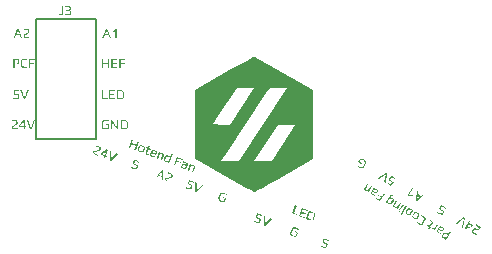
<source format=gto>
G04 Layer: TopSilkscreenLayer*
G04 EasyEDA v6.5.3, 2022-04-30 06:46:22*
G04 ee3e3f8623474824adc305f6a8106e34,debd25b7e7f645e7808fdd9718494454,10*
G04 Gerber Generator version 0.2*
G04 Scale: 100 percent, Rotated: No, Reflected: No *
G04 Dimensions in millimeters *
G04 leading zeros omitted , absolute positions ,4 integer and 5 decimal *
%FSLAX45Y45*%
%MOMM*%

%ADD16C,0.2032*%

%LPD*%
G36*
X17635270Y6111849D02*
G01*
X17631054Y6110224D01*
X17622570Y6106109D01*
X17594122Y6091123D01*
X17552365Y6068263D01*
X17499787Y6038900D01*
X17438928Y6004458D01*
X17132096Y5828182D01*
X17132096Y5542534D01*
X17283074Y5542534D01*
X17283480Y5543753D01*
X17327727Y5611317D01*
X17484090Y5848451D01*
X17632730Y5848451D01*
X17427956Y5537606D01*
X17339665Y5537657D01*
X17316754Y5537860D01*
X17294707Y5538774D01*
X17290186Y5539282D01*
X17286884Y5539892D01*
X17284649Y5540654D01*
X17283430Y5541518D01*
X17283074Y5542534D01*
X17132096Y5542534D01*
X17132096Y5247081D01*
X17167705Y5226608D01*
X17352010Y5226608D01*
X17390821Y5284673D01*
X17733924Y5805678D01*
X17762677Y5848451D01*
X17910657Y5848451D01*
X17502835Y5229098D01*
X17364574Y5226812D01*
X17630648Y5226812D01*
X17835422Y5537606D01*
X17936057Y5537504D01*
X17955514Y5537149D01*
X17968671Y5536488D01*
X17973192Y5535980D01*
X17976494Y5535371D01*
X17978729Y5534609D01*
X17979948Y5533745D01*
X17980304Y5532729D01*
X17979491Y5530900D01*
X17935651Y5463946D01*
X17779288Y5226812D01*
X17364574Y5226812D01*
X17352010Y5226608D01*
X17167705Y5226608D01*
X17441214Y5069484D01*
X17506086Y5032603D01*
X17560696Y5001869D01*
X17601844Y4979111D01*
X17626279Y4966055D01*
X17631257Y4963769D01*
X17632121Y4963769D01*
X17637099Y4966055D01*
X17661585Y4979111D01*
X17702682Y5001869D01*
X17757292Y5032603D01*
X17822214Y5069484D01*
X18131282Y5247081D01*
X18131282Y5828182D01*
X17759934Y6041491D01*
X17665090Y6095492D01*
X17636032Y6111697D01*
G37*
G36*
X17658842Y4784344D02*
G01*
X17645380Y4749546D01*
X17668951Y4740300D01*
X17672050Y4738471D01*
X17674183Y4736439D01*
X17674894Y4734814D01*
X17675047Y4732934D01*
X17674590Y4730750D01*
X17669256Y4717034D01*
X17668240Y4715103D01*
X17667020Y4713579D01*
X17665598Y4712563D01*
X17663922Y4711954D01*
X17661839Y4711801D01*
X17659400Y4712004D01*
X17656657Y4712665D01*
X17653508Y4713732D01*
X17644364Y4718050D01*
X17633696Y4724400D01*
X17630902Y4716526D01*
X17641265Y4710938D01*
X17645989Y4708702D01*
X17655387Y4705197D01*
X17658892Y4704130D01*
X17662194Y4703470D01*
X17665649Y4703267D01*
X17668697Y4703521D01*
X17671389Y4704283D01*
X17674082Y4705807D01*
X17676469Y4708093D01*
X17678349Y4711141D01*
X17685258Y4728718D01*
X17685816Y4730851D01*
X17686020Y4732832D01*
X17685816Y4734763D01*
X17685258Y4736592D01*
X17683226Y4739843D01*
X17680686Y4742434D01*
X17677384Y4744516D01*
X17673574Y4746244D01*
X17657572Y4752340D01*
X17665446Y4773422D01*
X17695926Y4761738D01*
X17698720Y4769104D01*
G37*
G36*
X17711420Y4764278D02*
G01*
X17711674Y4684522D01*
X17723612Y4679950D01*
X17777714Y4738624D01*
X17767554Y4742688D01*
X17722342Y4691634D01*
X17721580Y4692142D01*
X17722088Y4759960D01*
G37*
G36*
X17967706Y4667504D02*
G01*
X17964658Y4667300D01*
X17961813Y4666742D01*
X17959171Y4665776D01*
X17956784Y4664456D01*
X17954548Y4662728D01*
X17952618Y4660646D01*
X17950992Y4658156D01*
X17949672Y4655312D01*
X17936514Y4620361D01*
X17936057Y4618177D01*
X17936210Y4613656D01*
X17937327Y4609795D01*
X17939258Y4606290D01*
X17942204Y4603191D01*
X17945862Y4599940D01*
X17949621Y4597400D01*
X17953228Y4595368D01*
X17961864Y4591558D01*
X17974360Y4587748D01*
X17988534Y4584954D01*
X18002758Y4622292D01*
X17977104Y4632198D01*
X17974310Y4624832D01*
X17990566Y4618736D01*
X17981168Y4594606D01*
X17976850Y4595215D01*
X17968823Y4597146D01*
X17963083Y4599228D01*
X17959425Y4601006D01*
X17956174Y4602886D01*
X17952974Y4605070D01*
X17950027Y4607610D01*
X17947894Y4610506D01*
X17947132Y4612132D01*
X17946674Y4615484D01*
X17946878Y4617212D01*
X17947386Y4618990D01*
X17960086Y4651502D01*
X17969179Y4658918D01*
X17986756Y4655820D01*
X17991988Y4653534D01*
X18004840Y4646930D01*
X18009362Y4644136D01*
X18012410Y4652010D01*
X18001691Y4657648D01*
X17986552Y4663998D01*
X17981218Y4665624D01*
X17976037Y4666691D01*
X17970601Y4667351D01*
G37*
G36*
X18226938Y4570526D02*
G01*
X18224195Y4570222D01*
X18221756Y4569510D01*
X18219674Y4568444D01*
X18217845Y4566970D01*
X18216270Y4565142D01*
X18214797Y4562906D01*
X18213578Y4560316D01*
X18210276Y4550613D01*
X18209768Y4546854D01*
X18210022Y4543501D01*
X18211038Y4540504D01*
X18212765Y4537710D01*
X18215508Y4535170D01*
X18219115Y4532884D01*
X18223738Y4530852D01*
X18234761Y4526534D01*
X18237149Y4525213D01*
X18238978Y4523841D01*
X18240248Y4522470D01*
X18240908Y4520996D01*
X18241111Y4519320D01*
X18240908Y4517440D01*
X18236946Y4506214D01*
X18235777Y4504080D01*
X18234355Y4502505D01*
X18232628Y4501540D01*
X18230596Y4501134D01*
X18228208Y4501083D01*
X18225363Y4501540D01*
X18222112Y4502353D01*
X18218404Y4503674D01*
X18213578Y4505807D01*
X18208548Y4508347D01*
X18197830Y4514850D01*
X18194528Y4506214D01*
X18205297Y4500422D01*
X18214848Y4496308D01*
X18219267Y4494733D01*
X18223280Y4493564D01*
X18226989Y4492853D01*
X18230342Y4492498D01*
X18233390Y4492498D01*
X18236234Y4492955D01*
X18238876Y4493869D01*
X18241264Y4495292D01*
X18243346Y4497222D01*
X18245175Y4499610D01*
X18246902Y4502556D01*
X18248376Y4505960D01*
X18251119Y4513834D01*
X18251830Y4516424D01*
X18252186Y4520946D01*
X18251881Y4522927D01*
X18251170Y4524806D01*
X18250103Y4526635D01*
X18248630Y4528312D01*
X18246648Y4529836D01*
X18244210Y4531309D01*
X18237962Y4534154D01*
X18226684Y4538726D01*
X18224296Y4539996D01*
X18222468Y4541266D01*
X18221198Y4542536D01*
X18220486Y4543907D01*
X18220182Y4545380D01*
X18220232Y4547057D01*
X18220690Y4548886D01*
X18223738Y4556760D01*
X18224754Y4558792D01*
X18226074Y4560366D01*
X18227700Y4561484D01*
X18229580Y4562094D01*
X18231967Y4562195D01*
X18235117Y4561738D01*
X18238978Y4560671D01*
X18243550Y4559046D01*
X18251170Y4555540D01*
X18261330Y4550156D01*
X18264378Y4558030D01*
X18254827Y4562652D01*
X18247106Y4565904D01*
X18242127Y4567732D01*
X18237657Y4569104D01*
X18233644Y4570018D01*
X18230088Y4570476D01*
G37*
G36*
X16621150Y5236260D02*
G01*
X16618356Y5235905D01*
X16615968Y5235244D01*
X16613886Y5234127D01*
X16612057Y5232704D01*
X16610431Y5230825D01*
X16609009Y5228640D01*
X16607790Y5225999D01*
X16604488Y5216296D01*
X16603980Y5212537D01*
X16604234Y5209184D01*
X16605250Y5206187D01*
X16606977Y5203393D01*
X16609669Y5200853D01*
X16613327Y5198567D01*
X16617950Y5196535D01*
X16628973Y5192217D01*
X16631361Y5190896D01*
X16633139Y5189575D01*
X16634460Y5188153D01*
X16635120Y5186680D01*
X16635323Y5185003D01*
X16635120Y5183124D01*
X16631157Y5171897D01*
X16629989Y5169814D01*
X16628567Y5168239D01*
X16626789Y5167274D01*
X16624807Y5166817D01*
X16622420Y5166817D01*
X16619575Y5167223D01*
X16616324Y5168087D01*
X16612616Y5169357D01*
X16607790Y5171490D01*
X16602760Y5174081D01*
X16597528Y5177078D01*
X16592042Y5180533D01*
X16588740Y5171897D01*
X16599509Y5166156D01*
X16609060Y5161991D01*
X16617492Y5159298D01*
X16621201Y5158536D01*
X16624554Y5158181D01*
X16627601Y5158181D01*
X16630446Y5158638D01*
X16633088Y5159603D01*
X16635476Y5160975D01*
X16637507Y5162905D01*
X16639387Y5165293D01*
X16641063Y5168239D01*
X16642588Y5171643D01*
X16645331Y5179568D01*
X16646347Y5184495D01*
X16646398Y5186629D01*
X16646093Y5188661D01*
X16645382Y5190540D01*
X16644315Y5192318D01*
X16642842Y5193995D01*
X16640810Y5195519D01*
X16635476Y5198465D01*
X16623792Y5203139D01*
X16618508Y5205679D01*
X16616680Y5206949D01*
X16615410Y5208219D01*
X16614698Y5209590D01*
X16614394Y5211114D01*
X16614444Y5212791D01*
X16614901Y5214569D01*
X16617950Y5222443D01*
X16618966Y5224526D01*
X16620286Y5226100D01*
X16621912Y5227167D01*
X16623792Y5227777D01*
X16626179Y5227878D01*
X16629329Y5227421D01*
X16633139Y5226354D01*
X16637762Y5224729D01*
X16645382Y5221274D01*
X16655542Y5215839D01*
X16658590Y5223713D01*
X16649039Y5228386D01*
X16641318Y5231587D01*
X16636339Y5233416D01*
X16631869Y5234787D01*
X16627805Y5235702D01*
X16624300Y5236159D01*
G37*
G36*
X16850817Y5152847D02*
G01*
X16815217Y5114239D01*
X16828211Y5114239D01*
X16852036Y5141163D01*
X16853052Y5140655D01*
X16852849Y5104841D01*
X16828211Y5114239D01*
X16815217Y5114239D01*
X16796715Y5094173D01*
X16807129Y5090109D01*
X16822877Y5108143D01*
X16852595Y5096713D01*
X16852290Y5072837D01*
X16863263Y5068519D01*
X16862704Y5148275D01*
G37*
G36*
X16901058Y5132527D02*
G01*
X16898315Y5124907D01*
X16910405Y5122265D01*
X16915282Y5120944D01*
X16919397Y5119573D01*
X16925645Y5116576D01*
X16927779Y5115153D01*
X16929252Y5113731D01*
X16930166Y5112207D01*
X16930522Y5110429D01*
X16930420Y5108397D01*
X16929811Y5106111D01*
X16926001Y5096713D01*
X16924477Y5093868D01*
X16922242Y5091785D01*
X16919244Y5090464D01*
X16915536Y5089855D01*
X16897248Y5088940D01*
X16891508Y5088178D01*
X16888358Y5087416D01*
X16885666Y5086502D01*
X16883430Y5085334D01*
X16881297Y5083708D01*
X16879316Y5081524D01*
X16877792Y5078882D01*
X16872356Y5064963D01*
X16918838Y5047183D01*
X16921886Y5054549D01*
X16885056Y5068773D01*
X16886885Y5073345D01*
X16888358Y5076037D01*
X16890695Y5078018D01*
X16893743Y5079339D01*
X16897502Y5079949D01*
X16919346Y5081371D01*
X16924274Y5082032D01*
X16927931Y5082946D01*
X16930827Y5084318D01*
X16933164Y5086400D01*
X16935094Y5089296D01*
X16940174Y5102555D01*
X16941292Y5106416D01*
X16941546Y5109972D01*
X16940936Y5113172D01*
X16939463Y5116017D01*
X16937075Y5118709D01*
X16933722Y5121249D01*
X16929455Y5123688D01*
X16918482Y5128056D01*
X16906900Y5131358D01*
G37*
G36*
X16292068Y5360365D02*
G01*
X16289274Y5352999D01*
X16301415Y5350205D01*
X16306292Y5348833D01*
X16310356Y5347411D01*
X16313810Y5345938D01*
X16316655Y5344414D01*
X16318788Y5342991D01*
X16320262Y5341569D01*
X16321176Y5340045D01*
X16321532Y5338267D01*
X16321430Y5336235D01*
X16320769Y5333949D01*
X16316960Y5324551D01*
X16315436Y5321757D01*
X16313200Y5319674D01*
X16310254Y5318302D01*
X16306546Y5317693D01*
X16288207Y5316829D01*
X16282517Y5316016D01*
X16276675Y5314391D01*
X16274440Y5313222D01*
X16272256Y5311546D01*
X16270274Y5309412D01*
X16268750Y5306720D01*
X16263366Y5292801D01*
X16309848Y5275021D01*
X16312896Y5282387D01*
X16276066Y5296611D01*
X16277844Y5301183D01*
X16279368Y5303875D01*
X16281654Y5305907D01*
X16284701Y5307177D01*
X16288512Y5307787D01*
X16310305Y5309362D01*
X16315283Y5309971D01*
X16318992Y5310886D01*
X16321938Y5312410D01*
X16324173Y5314442D01*
X16326053Y5317337D01*
X16331184Y5330393D01*
X16332301Y5334304D01*
X16332504Y5337810D01*
X16331895Y5341010D01*
X16330422Y5343855D01*
X16328136Y5346598D01*
X16324834Y5349138D01*
X16320516Y5351526D01*
X16309441Y5355894D01*
X16303701Y5357723D01*
X16297910Y5359196D01*
G37*
G36*
X16381222Y5327091D02*
G01*
X16332200Y5293563D01*
X16330498Y5289245D01*
X16340328Y5289245D01*
X16380968Y5317439D01*
X16366236Y5279339D01*
X16340328Y5289245D01*
X16330498Y5289245D01*
X16328898Y5285181D01*
X16363442Y5271973D01*
X16357600Y5256733D01*
X16366490Y5253431D01*
X16372332Y5268417D01*
X16379698Y5265623D01*
X16382746Y5272989D01*
X16375126Y5275783D01*
X16393160Y5322519D01*
G37*
G36*
X16407638Y5316931D02*
G01*
X16407892Y5237429D01*
X16420084Y5232857D01*
X16474186Y5291531D01*
X16463772Y5295341D01*
X16418813Y5244541D01*
X16417798Y5244795D01*
X16418560Y5312867D01*
G37*
G36*
X17080992Y5068824D02*
G01*
X17067530Y5034026D01*
X17091101Y5024780D01*
X17094200Y5022951D01*
X17096333Y5020970D01*
X17097044Y5019294D01*
X17097197Y5017414D01*
X17096740Y5015230D01*
X17091406Y5001514D01*
X17090390Y4999583D01*
X17089170Y4998110D01*
X17087748Y4997043D01*
X17086072Y4996434D01*
X17083989Y4996281D01*
X17081550Y4996484D01*
X17078807Y4997145D01*
X17075658Y4998212D01*
X17066514Y5002530D01*
X17055846Y5008880D01*
X17053052Y5001006D01*
X17063415Y4995418D01*
X17068139Y4993182D01*
X17077537Y4989677D01*
X17081042Y4988610D01*
X17084344Y4988001D01*
X17087799Y4987747D01*
X17090847Y4988001D01*
X17093539Y4988814D01*
X17096232Y4990338D01*
X17097502Y4991354D01*
X17099584Y4994046D01*
X17101312Y4997450D01*
X17107408Y5013198D01*
X17107966Y5015331D01*
X17108170Y5017312D01*
X17107966Y5019243D01*
X17107408Y5021072D01*
X17105376Y5024323D01*
X17102836Y5026914D01*
X17099534Y5028996D01*
X17095724Y5030724D01*
X17079722Y5036820D01*
X17087596Y5057902D01*
X17118076Y5046218D01*
X17120870Y5053584D01*
G37*
G36*
X17133570Y5048758D02*
G01*
X17133824Y4969002D01*
X17145762Y4964430D01*
X17199864Y5023104D01*
X17189704Y5027168D01*
X17144492Y4976114D01*
X17143730Y4976622D01*
X17144238Y5044440D01*
G37*
G36*
X19403771Y4750612D02*
G01*
X19341287Y4701082D01*
X19350685Y4695748D01*
X19403009Y4738928D01*
X19404025Y4738420D01*
X19392849Y4671364D01*
X19402755Y4665522D01*
X19414947Y4744262D01*
G37*
G36*
X19453301Y4722164D02*
G01*
X19445427Y4707940D01*
X19438315Y4712004D01*
X19434505Y4705146D01*
X19441363Y4701082D01*
X19417992Y4660950D01*
X19429171Y4660950D01*
X19449491Y4696510D01*
X19473621Y4682540D01*
X19429171Y4660950D01*
X19417992Y4660950D01*
X19416217Y4657902D01*
X19427393Y4651298D01*
X19480987Y4676952D01*
X19485559Y4684826D01*
X19453555Y4703368D01*
X19461683Y4717338D01*
G37*
G36*
X19505879Y4691684D02*
G01*
X19501815Y4684826D01*
X19535851Y4665268D01*
X19533565Y4660950D01*
X19531584Y4658410D01*
X19528993Y4656734D01*
X19525742Y4655870D01*
X19521881Y4655870D01*
X19500088Y4657953D01*
X19493179Y4658156D01*
X19489674Y4657394D01*
X19486829Y4656124D01*
X19484441Y4653889D01*
X19482257Y4650790D01*
X19476161Y4640376D01*
X19474484Y4636668D01*
X19473672Y4633214D01*
X19473824Y4629912D01*
X19474891Y4626914D01*
X19476770Y4623866D01*
X19479666Y4620818D01*
X19483527Y4617770D01*
X19488353Y4614722D01*
X19499173Y4609185D01*
X19504660Y4606848D01*
X19510197Y4604816D01*
X19514261Y4611674D01*
X19502628Y4616246D01*
X19498005Y4618329D01*
X19494195Y4620310D01*
X19488404Y4624171D01*
X19486524Y4625949D01*
X19485305Y4627676D01*
X19484695Y4629302D01*
X19484594Y4631080D01*
X19485051Y4633112D01*
X19486067Y4635296D01*
X19491147Y4643932D01*
X19493077Y4646422D01*
X19495617Y4648098D01*
X19498665Y4648962D01*
X19502323Y4649012D01*
X19520763Y4646980D01*
X19526605Y4646879D01*
X19529907Y4647133D01*
X19532549Y4647641D01*
X19534835Y4648454D01*
X19537222Y4649825D01*
X19539610Y4651756D01*
X19541642Y4653991D01*
X19549059Y4666792D01*
G37*
G36*
X19221907Y4852873D02*
G01*
X19219011Y4852822D01*
X19216319Y4852263D01*
X19213830Y4851196D01*
X19211493Y4849672D01*
X19209258Y4847590D01*
X19207124Y4844999D01*
X19202400Y4837277D01*
X19200012Y4832045D01*
X19199098Y4827625D01*
X19199047Y4825593D01*
X19199402Y4823663D01*
X19200164Y4821783D01*
X19201384Y4819954D01*
X19203009Y4818075D01*
X19207683Y4814265D01*
X19218656Y4807762D01*
X19223431Y4804562D01*
X19224955Y4802987D01*
X19226022Y4801412D01*
X19226580Y4799990D01*
X19226733Y4798466D01*
X19226428Y4796840D01*
X19225768Y4795062D01*
X19220078Y4785969D01*
X19218503Y4784547D01*
X19216776Y4783683D01*
X19214846Y4783378D01*
X19212458Y4783734D01*
X19209512Y4784750D01*
X19205854Y4786426D01*
X19198336Y4790694D01*
X19190208Y4796383D01*
X19185382Y4800193D01*
X19181064Y4793030D01*
X19189852Y4786934D01*
X19197066Y4782362D01*
X19205854Y4777841D01*
X19209664Y4776317D01*
X19213068Y4775301D01*
X19216116Y4774742D01*
X19218910Y4774590D01*
X19221450Y4774844D01*
X19223736Y4775504D01*
X19225666Y4776774D01*
X19227546Y4778400D01*
X19229222Y4780432D01*
X19233896Y4788001D01*
X19235775Y4791811D01*
X19236893Y4795418D01*
X19237147Y4798771D01*
X19236690Y4801920D01*
X19235318Y4804968D01*
X19232981Y4807864D01*
X19229730Y4810658D01*
X19225514Y4813401D01*
X19217894Y4817668D01*
X19213118Y4821123D01*
X19211544Y4822748D01*
X19210528Y4824323D01*
X19210121Y4825898D01*
X19210121Y4827625D01*
X19210629Y4829454D01*
X19211544Y4831435D01*
X19216370Y4839817D01*
X19217741Y4841646D01*
X19219367Y4842967D01*
X19221145Y4843678D01*
X19223228Y4843830D01*
X19225564Y4843475D01*
X19228308Y4842560D01*
X19231406Y4841189D01*
X19234912Y4839309D01*
X19239331Y4836515D01*
X19243903Y4833264D01*
X19248729Y4829505D01*
X19253708Y4825288D01*
X19258280Y4833162D01*
X19248424Y4840478D01*
X19239738Y4846167D01*
X19231711Y4850130D01*
X19225006Y4852517D01*
G37*
G36*
X18968923Y5002580D02*
G01*
X18931839Y4938318D01*
X18940221Y4933492D01*
X18967653Y4935778D01*
X18972479Y4943906D01*
X18945555Y4942382D01*
X18977559Y4997500D01*
G37*
G36*
X19010579Y4978450D02*
G01*
X18999294Y4905806D01*
X19009309Y4905806D01*
X19015151Y4941112D01*
X19037757Y4927904D01*
X19010071Y4905298D01*
X19009309Y4905806D01*
X18999294Y4905806D01*
X18998387Y4899964D01*
X19009563Y4893614D01*
X19072047Y4942890D01*
X19062649Y4948478D01*
X19044107Y4933238D01*
X19016675Y4948986D01*
X19020485Y4972862D01*
G37*
G36*
X16376142Y6347968D02*
G01*
X16358685Y6304026D01*
X16368776Y6304026D01*
X16381476Y6337554D01*
X16382492Y6337554D01*
X16394938Y6304026D01*
X16358685Y6304026D01*
X16346678Y6273800D01*
X16357600Y6273800D01*
X16365982Y6296406D01*
X16397732Y6296406D01*
X16406113Y6273800D01*
X16417798Y6273800D01*
X16388842Y6347968D01*
G37*
G36*
X16455898Y6347968D02*
G01*
X16433292Y6332220D01*
X16433292Y6322822D01*
X16455898Y6337808D01*
X16455898Y6273800D01*
X16465804Y6273800D01*
X16465804Y6347968D01*
G37*
G36*
X16341851Y6093968D02*
G01*
X16341851Y6019800D01*
X16352774Y6019800D01*
X16352774Y6054090D01*
X16392398Y6054090D01*
X16392398Y6019800D01*
X16403319Y6019800D01*
X16403319Y6093968D01*
X16392398Y6093968D01*
X16392398Y6061964D01*
X16352774Y6061964D01*
X16352774Y6093968D01*
G37*
G36*
X16422624Y6093968D02*
G01*
X16422624Y6019800D01*
X16473678Y6019800D01*
X16473678Y6027674D01*
X16433800Y6027674D01*
X16433800Y6054090D01*
X16468598Y6054090D01*
X16468598Y6061964D01*
X16433800Y6061964D01*
X16433800Y6086094D01*
X16472407Y6086094D01*
X16472407Y6093968D01*
G37*
G36*
X16488918Y6093968D02*
G01*
X16488918Y6019800D01*
X16500094Y6019800D01*
X16500094Y6054090D01*
X16536162Y6054090D01*
X16536162Y6061964D01*
X16500094Y6061964D01*
X16500094Y6086094D01*
X16539972Y6086094D01*
X16539972Y6093968D01*
G37*
G36*
X16341851Y5827268D02*
G01*
X16341851Y5753100D01*
X16389350Y5753100D01*
X16389350Y5760974D01*
X16352774Y5760974D01*
X16352774Y5827268D01*
G37*
G36*
X16401288Y5827268D02*
G01*
X16401288Y5753100D01*
X16452342Y5753100D01*
X16452342Y5760974D01*
X16412210Y5760974D01*
X16412210Y5787390D01*
X16447262Y5787390D01*
X16447262Y5795264D01*
X16412210Y5795264D01*
X16412210Y5819394D01*
X16451072Y5819394D01*
X16451072Y5827268D01*
G37*
G36*
X16467582Y5827268D02*
G01*
X16467582Y5819648D01*
X16496792Y5819648D01*
X16504666Y5819140D01*
X16507917Y5818428D01*
X16511016Y5817362D01*
X16513759Y5815533D01*
X16515842Y5813044D01*
X16517162Y5809945D01*
X16517518Y5808116D01*
X16517619Y5773420D01*
X16512286Y5763920D01*
X16496284Y5760720D01*
X16478504Y5760720D01*
X16478504Y5819648D01*
X16467582Y5819648D01*
X16467582Y5753100D01*
X16497046Y5753100D01*
X16510711Y5754370D01*
X16520464Y5758129D01*
X16526357Y5764377D01*
X16528288Y5773166D01*
X16528288Y5805932D01*
X16526357Y5815279D01*
X16520464Y5821934D01*
X16510711Y5825947D01*
X16497046Y5827268D01*
G37*
G36*
X16373601Y5574538D02*
G01*
X16367963Y5574284D01*
X16360089Y5573064D01*
X16354755Y5571642D01*
X16349268Y5569559D01*
X16346779Y5568035D01*
X16344696Y5566257D01*
X16342868Y5564124D01*
X16341445Y5561736D01*
X16340378Y5559094D01*
X16339769Y5556250D01*
X16339566Y5553202D01*
X16339566Y5518150D01*
X16339718Y5515813D01*
X16340124Y5513578D01*
X16340836Y5511495D01*
X16342969Y5507736D01*
X16345763Y5504789D01*
X16349218Y5502605D01*
X16353383Y5500827D01*
X16358057Y5499506D01*
X16362375Y5498642D01*
X16366540Y5498134D01*
X16373601Y5497830D01*
X16386708Y5498693D01*
X16401034Y5501386D01*
X16401034Y5541264D01*
X16373348Y5541264D01*
X16373348Y5533390D01*
X16390619Y5533390D01*
X16390619Y5507482D01*
X16382238Y5505958D01*
X16374363Y5505450D01*
X16366236Y5505958D01*
X16362476Y5506720D01*
X16358869Y5507990D01*
X16355466Y5509564D01*
X16352774Y5511800D01*
X16351757Y5513273D01*
X16351046Y5514848D01*
X16350640Y5516575D01*
X16350488Y5518404D01*
X16350488Y5553202D01*
X16356330Y5563311D01*
X16373856Y5566664D01*
X16379647Y5566460D01*
X16393972Y5565089D01*
X16399256Y5564124D01*
X16399256Y5572506D01*
X16387114Y5574030D01*
G37*
G36*
X16418051Y5573268D02*
G01*
X16418051Y5499100D01*
X16427704Y5499100D01*
X16427704Y5561330D01*
X16468090Y5499100D01*
X16481298Y5499100D01*
X16481298Y5573268D01*
X16471646Y5573268D01*
X16471646Y5512054D01*
X16431260Y5573268D01*
G37*
G36*
X16500601Y5573268D02*
G01*
X16500601Y5565648D01*
X16529812Y5565648D01*
X16537686Y5565140D01*
X16540937Y5564428D01*
X16544036Y5563362D01*
X16546779Y5561533D01*
X16548862Y5559044D01*
X16550182Y5555945D01*
X16550538Y5554116D01*
X16550640Y5519420D01*
X16545306Y5509920D01*
X16529304Y5506720D01*
X16511778Y5506720D01*
X16511778Y5565648D01*
X16500601Y5565648D01*
X16500601Y5499100D01*
X16530066Y5499100D01*
X16543731Y5500370D01*
X16553484Y5504129D01*
X16559377Y5510377D01*
X16561307Y5519166D01*
X16561307Y5551932D01*
X16559377Y5561279D01*
X16553484Y5567934D01*
X16543731Y5571947D01*
X16530066Y5573268D01*
G37*
G36*
X15704819Y6349238D02*
G01*
X15692729Y6348679D01*
X15686836Y6347968D01*
X15680944Y6346952D01*
X15680944Y6339078D01*
X15693390Y6340805D01*
X15702788Y6341364D01*
X15706445Y6341262D01*
X15709493Y6340906D01*
X15712033Y6340348D01*
X15713963Y6339586D01*
X15715284Y6338468D01*
X15716250Y6336995D01*
X15716808Y6335064D01*
X15717012Y6332728D01*
X15717012Y6322568D01*
X15716554Y6319367D01*
X15715234Y6316675D01*
X15712998Y6314440D01*
X15709900Y6312662D01*
X15692831Y6305092D01*
X15690443Y6303873D01*
X15685211Y6300368D01*
X15683077Y6298692D01*
X15681350Y6296863D01*
X15679978Y6294475D01*
X15678962Y6291681D01*
X15678454Y6288633D01*
X15678404Y6273800D01*
X15728188Y6273800D01*
X15728188Y6281928D01*
X15688818Y6281928D01*
X15688818Y6286754D01*
X15689275Y6289852D01*
X15690748Y6292545D01*
X15693085Y6294780D01*
X15696438Y6296660D01*
X15720669Y6308293D01*
X15723768Y6310528D01*
X15726054Y6312916D01*
X15726918Y6314186D01*
X15727883Y6317284D01*
X15728188Y6321044D01*
X15728188Y6333236D01*
X15727832Y6337249D01*
X15726816Y6340602D01*
X15725038Y6343345D01*
X15722600Y6345428D01*
X15719501Y6347104D01*
X15715488Y6348272D01*
X15710611Y6348984D01*
G37*
G36*
X15626842Y6347968D02*
G01*
X15609385Y6304026D01*
X15619476Y6304026D01*
X15632176Y6337554D01*
X15633192Y6337554D01*
X15645638Y6304026D01*
X15609385Y6304026D01*
X15597378Y6273800D01*
X15608300Y6273800D01*
X15616682Y6296406D01*
X15648432Y6296406D01*
X15656813Y6273800D01*
X15668498Y6273800D01*
X15639542Y6347968D01*
G37*
G36*
X15686532Y6095238D02*
G01*
X15672866Y6093917D01*
X15663113Y6089904D01*
X15657220Y6083249D01*
X15655290Y6073902D01*
X15655290Y6038850D01*
X15657220Y6029960D01*
X15663113Y6023610D01*
X15672866Y6019800D01*
X15686532Y6018530D01*
X15692018Y6018682D01*
X15697352Y6019088D01*
X15702432Y6019800D01*
X15707360Y6020816D01*
X15707360Y6029198D01*
X15702026Y6028080D01*
X15691967Y6026810D01*
X15687294Y6026658D01*
X15671292Y6029807D01*
X15665957Y6039358D01*
X15665957Y6074156D01*
X15666364Y6078016D01*
X15667634Y6081115D01*
X15669666Y6083604D01*
X15672562Y6085332D01*
X15675660Y6086398D01*
X15678912Y6087110D01*
X15686786Y6087618D01*
X15691459Y6087465D01*
X15696387Y6086906D01*
X15701518Y6086043D01*
X15706851Y6084824D01*
X15706851Y6092952D01*
X15701975Y6093968D01*
X15696946Y6094679D01*
X15691815Y6095085D01*
G37*
G36*
X15592551Y6093968D02*
G01*
X15592551Y6087110D01*
X15617494Y6087110D01*
X15622066Y6086703D01*
X15627248Y6085382D01*
X15628518Y6084773D01*
X15630398Y6083046D01*
X15631718Y6080760D01*
X15632074Y6079439D01*
X15632176Y6064504D01*
X15631871Y6061811D01*
X15631007Y6059474D01*
X15629585Y6057595D01*
X15627604Y6056122D01*
X15625267Y6055004D01*
X15622574Y6054242D01*
X15619577Y6053734D01*
X15603474Y6053582D01*
X15603474Y6087110D01*
X15592551Y6087110D01*
X15592551Y6019800D01*
X15603474Y6019800D01*
X15603474Y6046470D01*
X15614650Y6046470D01*
X15621203Y6046724D01*
X15626892Y6047486D01*
X15631769Y6048756D01*
X15635732Y6050534D01*
X15638830Y6052921D01*
X15641066Y6055918D01*
X15642386Y6059627D01*
X15642844Y6063996D01*
X15642742Y6081166D01*
X15642488Y6082995D01*
X15641319Y6086094D01*
X15639592Y6088430D01*
X15637510Y6090412D01*
X15635020Y6091732D01*
X15631668Y6092698D01*
X15625063Y6093714D01*
X15621304Y6093917D01*
G37*
G36*
X15722092Y6093968D02*
G01*
X15722092Y6019800D01*
X15733268Y6019800D01*
X15733268Y6054090D01*
X15769336Y6054090D01*
X15769336Y6061964D01*
X15733268Y6061964D01*
X15733268Y6086094D01*
X15773146Y6086094D01*
X15773146Y6093968D01*
G37*
G36*
X15594584Y5827268D02*
G01*
X15594584Y5789930D01*
X15618917Y5789879D01*
X15622524Y5789472D01*
X15626181Y5788050D01*
X15627553Y5786729D01*
X15628366Y5785002D01*
X15628619Y5782818D01*
X15628619Y5768086D01*
X15628416Y5765952D01*
X15627807Y5764123D01*
X15626740Y5762650D01*
X15625318Y5761482D01*
X15623438Y5760618D01*
X15621050Y5759958D01*
X15614904Y5759450D01*
X15610179Y5759602D01*
X15599156Y5761024D01*
X15592806Y5762244D01*
X15592806Y5754116D01*
X15604642Y5752388D01*
X15614650Y5751830D01*
X15621762Y5752084D01*
X15625063Y5752541D01*
X15628366Y5753354D01*
X15631566Y5754573D01*
X15633954Y5756148D01*
X15636189Y5758027D01*
X15637763Y5760720D01*
X15638881Y5764022D01*
X15639288Y5767832D01*
X15639288Y5784850D01*
X15639135Y5787034D01*
X15638576Y5788964D01*
X15637713Y5790692D01*
X15636494Y5792216D01*
X15633496Y5794451D01*
X15630144Y5796026D01*
X15626334Y5796788D01*
X15622016Y5797042D01*
X15604744Y5797042D01*
X15604744Y5819394D01*
X15637256Y5819394D01*
X15637256Y5827268D01*
G37*
G36*
X15650972Y5827268D02*
G01*
X15679674Y5753100D01*
X15692628Y5753100D01*
X15722092Y5827268D01*
X15710916Y5827268D01*
X15687294Y5763514D01*
X15686278Y5763514D01*
X15662401Y5827268D01*
G37*
G36*
X15604998Y5574538D02*
G01*
X15598851Y5574385D01*
X15592806Y5573979D01*
X15586913Y5573268D01*
X15581122Y5572252D01*
X15581122Y5564378D01*
X15593364Y5566105D01*
X15602712Y5566664D01*
X15606471Y5566562D01*
X15609569Y5566206D01*
X15612059Y5565648D01*
X15613888Y5564886D01*
X15615310Y5563768D01*
X15616377Y5562295D01*
X15616986Y5560364D01*
X15617190Y5558028D01*
X15617190Y5547868D01*
X15616732Y5544667D01*
X15615361Y5541975D01*
X15613024Y5539740D01*
X15609824Y5537962D01*
X15590519Y5529173D01*
X15585135Y5525668D01*
X15583103Y5523992D01*
X15581528Y5522163D01*
X15580156Y5519775D01*
X15579039Y5516981D01*
X15578429Y5513933D01*
X15578328Y5499100D01*
X15628366Y5499100D01*
X15628366Y5507228D01*
X15588996Y5507228D01*
X15588996Y5512054D01*
X15589453Y5515152D01*
X15590824Y5517845D01*
X15593161Y5520080D01*
X15596362Y5521960D01*
X15616377Y5531307D01*
X15620847Y5533593D01*
X15623946Y5535828D01*
X15626080Y5538216D01*
X15627502Y5540959D01*
X15628264Y5544413D01*
X15628366Y5558536D01*
X15628010Y5562549D01*
X15626943Y5565902D01*
X15625216Y5568645D01*
X15622778Y5570728D01*
X15619577Y5572404D01*
X15615513Y5573572D01*
X15610687Y5574284D01*
G37*
G36*
X15676118Y5573268D02*
G01*
X15642336Y5524246D01*
X15642336Y5523230D01*
X15651480Y5523230D01*
X15679419Y5564378D01*
X15679419Y5523230D01*
X15642336Y5523230D01*
X15642336Y5515356D01*
X15679419Y5515356D01*
X15679419Y5499100D01*
X15688818Y5499100D01*
X15688818Y5515356D01*
X15696946Y5515356D01*
X15696946Y5523230D01*
X15688818Y5523230D01*
X15688818Y5573268D01*
G37*
G36*
X15704566Y5573268D02*
G01*
X15733268Y5499100D01*
X15746222Y5499100D01*
X15775686Y5573268D01*
X15764510Y5573268D01*
X15740888Y5509514D01*
X15739872Y5509514D01*
X15715996Y5573268D01*
G37*
G36*
X18744539Y5131257D02*
G01*
X18682055Y5081727D01*
X18691453Y5076139D01*
X18743777Y5119573D01*
X18744793Y5119065D01*
X18733617Y5052009D01*
X18743523Y5046167D01*
X18755715Y5124907D01*
G37*
G36*
X18795238Y5099405D02*
G01*
X18792342Y5098999D01*
X18789548Y5097983D01*
X18788227Y5097221D01*
X18785636Y5094833D01*
X18783401Y5091887D01*
X18775019Y5077155D01*
X18774105Y5075123D01*
X18773546Y5073142D01*
X18773444Y5071160D01*
X18773749Y5069281D01*
X18775121Y5065877D01*
X18777305Y5062931D01*
X18780150Y5060238D01*
X18783655Y5057851D01*
X18798641Y5049469D01*
X18787211Y5029911D01*
X18759271Y5046167D01*
X18755207Y5039309D01*
X18792291Y5017973D01*
X18811087Y5050231D01*
X18789192Y5063134D01*
X18785687Y5065979D01*
X18784620Y5067655D01*
X18784163Y5069433D01*
X18784366Y5071364D01*
X18785179Y5073345D01*
X18792545Y5086299D01*
X18793764Y5087975D01*
X18795187Y5089194D01*
X18796812Y5090007D01*
X18798641Y5090363D01*
X18800673Y5090109D01*
X18803010Y5089448D01*
X18805652Y5088331D01*
X18808547Y5086807D01*
X18812510Y5084318D01*
X18816777Y5081270D01*
X18821400Y5077612D01*
X18826327Y5073345D01*
X18830391Y5080457D01*
X18820993Y5087670D01*
X18812611Y5093157D01*
X18806261Y5096713D01*
X18803264Y5097830D01*
X18799911Y5098745D01*
X18796711Y5099354D01*
G37*
G36*
X16596360Y5412486D02*
G01*
X16569690Y5343144D01*
X16580104Y5339334D01*
X16592550Y5371338D01*
X16629380Y5357368D01*
X16616934Y5325110D01*
X16627348Y5321300D01*
X16653763Y5390388D01*
X16643604Y5394452D01*
X16631919Y5364480D01*
X16595344Y5378704D01*
X16606774Y5408422D01*
G37*
G36*
X16669613Y5363006D02*
G01*
X16666667Y5362498D01*
X16664076Y5361178D01*
X16661384Y5359044D01*
X16658894Y5355894D01*
X16656710Y5351830D01*
X16648938Y5331714D01*
X16647312Y5326075D01*
X16646956Y5323586D01*
X16647023Y5320538D01*
X16656812Y5320538D01*
X16657116Y5323128D01*
X16658082Y5326380D01*
X16667124Y5349646D01*
X16668038Y5351475D01*
X16669004Y5352846D01*
X16671086Y5354574D01*
X16672306Y5355082D01*
X16673626Y5355336D01*
X16675100Y5355336D01*
X16679011Y5354370D01*
X16684244Y5352542D01*
X16689476Y5350357D01*
X16692880Y5348478D01*
X16693997Y5347563D01*
X16694861Y5346496D01*
X16695419Y5345379D01*
X16695674Y5344160D01*
X16695419Y5340858D01*
X16694150Y5336540D01*
X16686276Y5315712D01*
X16684751Y5312664D01*
X16683228Y5310632D01*
X16681500Y5309311D01*
X16680535Y5308955D01*
X16677182Y5308803D01*
X16675100Y5309108D01*
X16672306Y5309920D01*
X16664635Y5312968D01*
X16660266Y5315305D01*
X16658590Y5316728D01*
X16657269Y5318455D01*
X16656913Y5319420D01*
X16656812Y5320538D01*
X16647023Y5320538D01*
X16647210Y5319318D01*
X16647820Y5317490D01*
X16648734Y5315762D01*
X16649954Y5314188D01*
X16652900Y5311648D01*
X16656050Y5309616D01*
X16660063Y5307431D01*
X16670070Y5303570D01*
X16676014Y5301792D01*
X16679570Y5301132D01*
X16683126Y5300929D01*
X16686072Y5301335D01*
X16687292Y5301742D01*
X16690035Y5303418D01*
X16692473Y5305907D01*
X16694607Y5309260D01*
X16696436Y5313426D01*
X16704208Y5333695D01*
X16705326Y5338267D01*
X16705580Y5340350D01*
X16705326Y5344109D01*
X16704563Y5347208D01*
X16703954Y5348478D01*
X16701922Y5350865D01*
X16699077Y5352999D01*
X16696334Y5354675D01*
X16689273Y5357825D01*
X16680586Y5361025D01*
X16676878Y5362143D01*
X16673169Y5362803D01*
G37*
G36*
X16735298Y5357368D02*
G01*
X16729201Y5341366D01*
X16717772Y5345684D01*
X16715232Y5339334D01*
X16726916Y5335016D01*
X16714165Y5301742D01*
X16713454Y5298998D01*
X16713149Y5296560D01*
X16713200Y5294376D01*
X16713504Y5292293D01*
X16714216Y5290464D01*
X16715282Y5288737D01*
X16718483Y5285892D01*
X16723309Y5283200D01*
X16729100Y5280964D01*
X16734688Y5279288D01*
X16737584Y5278628D01*
X16739869Y5284978D01*
X16731996Y5287010D01*
X16728236Y5288737D01*
X16725646Y5290312D01*
X16724731Y5291226D01*
X16723613Y5293258D01*
X16723360Y5294376D01*
X16723664Y5297068D01*
X16724630Y5300472D01*
X16736568Y5331206D01*
X16755110Y5324094D01*
X16757396Y5330444D01*
X16738854Y5337556D01*
X16745204Y5353558D01*
G37*
G36*
X16773956Y5322671D02*
G01*
X16770096Y5322062D01*
X16766895Y5320588D01*
X16764050Y5318201D01*
X16761663Y5314848D01*
X16759682Y5310632D01*
X16756237Y5301742D01*
X16767301Y5301742D01*
X16771619Y5312003D01*
X16772839Y5313629D01*
X16774261Y5314696D01*
X16775938Y5315204D01*
X16777919Y5315356D01*
X16780306Y5315153D01*
X16783151Y5314492D01*
X16786352Y5313426D01*
X16789400Y5312054D01*
X16791889Y5310632D01*
X16793819Y5309260D01*
X16795242Y5307838D01*
X16796004Y5306314D01*
X16796308Y5304536D01*
X16796156Y5302504D01*
X16795496Y5300218D01*
X16792448Y5292090D01*
X16767301Y5301742D01*
X16756237Y5301742D01*
X16751807Y5290312D01*
X16750639Y5282844D01*
X16753128Y5276189D01*
X16759377Y5270398D01*
X16769334Y5265420D01*
X16773906Y5263743D01*
X16778681Y5262372D01*
X16788892Y5260340D01*
X16791686Y5267706D01*
X16786453Y5268417D01*
X16781627Y5269331D01*
X16777309Y5270449D01*
X16773398Y5271770D01*
X16769791Y5273344D01*
X16766794Y5275021D01*
X16764457Y5276748D01*
X16762730Y5278628D01*
X16761612Y5280609D01*
X16761155Y5282793D01*
X16761256Y5285181D01*
X16761968Y5287772D01*
X16765016Y5295392D01*
X16799560Y5282184D01*
X16804132Y5293614D01*
X16805452Y5298186D01*
X16805910Y5302300D01*
X16805452Y5305958D01*
X16804132Y5309108D01*
X16801846Y5312054D01*
X16798594Y5314746D01*
X16794378Y5317236D01*
X16789146Y5319522D01*
X16783456Y5321401D01*
X16778427Y5322468D01*
G37*
G36*
X16824960Y5304536D02*
G01*
X16805148Y5252974D01*
X16814800Y5249164D01*
X16829684Y5288026D01*
X16831360Y5290464D01*
X16832326Y5291328D01*
X16833342Y5291836D01*
X16835983Y5292242D01*
X16839438Y5291836D01*
X16843908Y5290566D01*
X16849852Y5288127D01*
X16852341Y5286654D01*
X16854017Y5285079D01*
X16854932Y5283454D01*
X16855338Y5281828D01*
X16855440Y5280406D01*
X16854424Y5276850D01*
X16839946Y5239512D01*
X16849598Y5235702D01*
X16864076Y5273802D01*
X16865244Y5277459D01*
X16865752Y5280761D01*
X16865498Y5283809D01*
X16864584Y5286502D01*
X16862755Y5288940D01*
X16860012Y5291277D01*
X16856405Y5293410D01*
X16851884Y5295392D01*
X16844822Y5297525D01*
X16839184Y5298135D01*
X16834916Y5297170D01*
X16832072Y5294630D01*
X16834612Y5300980D01*
G37*
G36*
X16930624Y5290566D02*
G01*
X16924528Y5275072D01*
X16919702Y5261864D01*
X16919448Y5261864D01*
X16919752Y5263540D01*
X16919295Y5265216D01*
X16918228Y5266944D01*
X16916400Y5268722D01*
X16914215Y5270449D01*
X16908729Y5273497D01*
X16905478Y5274818D01*
X16900194Y5276596D01*
X16895572Y5277662D01*
X16891558Y5278018D01*
X16888206Y5277612D01*
X16885361Y5276443D01*
X16882872Y5274513D01*
X16880789Y5271770D01*
X16879062Y5268214D01*
X16870172Y5245608D01*
X16869206Y5242560D01*
X16868597Y5239766D01*
X16868292Y5237226D01*
X16868346Y5236006D01*
X16878300Y5236006D01*
X16878452Y5237937D01*
X16879062Y5240020D01*
X16889831Y5267604D01*
X16890949Y5268976D01*
X16892270Y5269839D01*
X16893794Y5270246D01*
X16895673Y5270144D01*
X16901363Y5268620D01*
X16905224Y5267198D01*
X16911269Y5264404D01*
X16915231Y5261406D01*
X16917111Y5258206D01*
X16916908Y5254752D01*
X16907002Y5229352D01*
X16906087Y5227421D01*
X16904766Y5225999D01*
X16903141Y5225034D01*
X16901160Y5224526D01*
X16898772Y5224475D01*
X16895927Y5224932D01*
X16892676Y5225745D01*
X16888968Y5227066D01*
X16883075Y5229860D01*
X16880992Y5231282D01*
X16879570Y5232654D01*
X16878706Y5234279D01*
X16878300Y5236006D01*
X16868346Y5236006D01*
X16868394Y5234940D01*
X16868952Y5232857D01*
X16869918Y5230926D01*
X16871238Y5229199D01*
X16872966Y5227574D01*
X16875099Y5225948D01*
X16877741Y5224322D01*
X16884396Y5221224D01*
X16888307Y5219903D01*
X16891812Y5219039D01*
X16895013Y5218633D01*
X16897858Y5218684D01*
X16900245Y5218988D01*
X16902176Y5219547D01*
X16903547Y5220512D01*
X16904462Y5221732D01*
X16902176Y5215636D01*
X16911320Y5212080D01*
X16940022Y5286756D01*
G37*
G36*
X16978884Y5265674D02*
G01*
X16952468Y5196332D01*
X16962882Y5192522D01*
X16975074Y5224526D01*
X17008856Y5211572D01*
X17011650Y5218938D01*
X16977868Y5231892D01*
X16986504Y5254498D01*
X17023842Y5240020D01*
X17026636Y5247386D01*
G37*
G36*
X17032478Y5225034D02*
G01*
X17029684Y5217922D01*
X17039336Y5215432D01*
X17047972Y5212588D01*
X17055338Y5209032D01*
X17057166Y5207203D01*
X17058132Y5205222D01*
X17058284Y5203139D01*
X17057624Y5200396D01*
X17054322Y5192268D01*
X17035322Y5199329D01*
X17032224Y5200294D01*
X17027144Y5201158D01*
X17024959Y5201107D01*
X17022978Y5200650D01*
X17021149Y5199837D01*
X17019524Y5198618D01*
X17018152Y5197144D01*
X17016831Y5195265D01*
X17014444Y5190236D01*
X17013377Y5187086D01*
X17012666Y5184190D01*
X17012361Y5181600D01*
X17012395Y5180076D01*
X17022064Y5180076D01*
X17022572Y5182768D01*
X17023588Y5186172D01*
X17025213Y5189829D01*
X17026636Y5192268D01*
X17028363Y5193436D01*
X17030446Y5193792D01*
X17033290Y5193334D01*
X17037304Y5192014D01*
X17052036Y5186172D01*
X17046702Y5172202D01*
X17045787Y5170728D01*
X17044416Y5169763D01*
X17042536Y5169458D01*
X17038116Y5170017D01*
X17033544Y5171287D01*
X17027398Y5173726D01*
X17024604Y5175250D01*
X17023588Y5176012D01*
X17022470Y5177942D01*
X17022064Y5180076D01*
X17012395Y5180076D01*
X17012767Y5177332D01*
X17013478Y5175504D01*
X17014647Y5173776D01*
X17016222Y5172202D01*
X17018254Y5170779D01*
X17023689Y5167985D01*
X17027144Y5166614D01*
X17033595Y5164531D01*
X17038726Y5163820D01*
X17042485Y5164531D01*
X17044924Y5166614D01*
X17042892Y5161534D01*
X17052290Y5157978D01*
X17067428Y5197805D01*
X17068241Y5200700D01*
X17068596Y5203291D01*
X17068546Y5205476D01*
X17068190Y5207355D01*
X17067377Y5209082D01*
X17066158Y5210759D01*
X17064482Y5212334D01*
X17059402Y5215331D01*
X17051782Y5218684D01*
X17042790Y5221935D01*
G37*
G36*
X17088866Y5203190D02*
G01*
X17069054Y5151628D01*
X17078452Y5148072D01*
X17093590Y5186934D01*
X17095114Y5189220D01*
X17095978Y5189982D01*
X17098314Y5190896D01*
X17101312Y5190998D01*
X17105223Y5190134D01*
X17110456Y5188458D01*
X17113758Y5187035D01*
X17116247Y5185460D01*
X17117923Y5183835D01*
X17118838Y5182108D01*
X17119142Y5180431D01*
X17119092Y5179060D01*
X17118076Y5175504D01*
X17103852Y5138166D01*
X17113504Y5134610D01*
X17127982Y5172456D01*
X17129150Y5176113D01*
X17129556Y5179415D01*
X17129252Y5182463D01*
X17128236Y5185156D01*
X17126508Y5187594D01*
X17123867Y5189931D01*
X17120260Y5192064D01*
X17115790Y5194046D01*
X17108728Y5196281D01*
X17103090Y5196890D01*
X17098822Y5195925D01*
X17095978Y5193284D01*
X17098264Y5199634D01*
G37*
G36*
X17980660Y4853686D02*
G01*
X17953990Y4784344D01*
X17998440Y4767326D01*
X18001234Y4774692D01*
X17967198Y4787646D01*
X17991074Y4849622D01*
G37*
G36*
X18036032Y4832350D02*
G01*
X18009616Y4763262D01*
X18057114Y4744974D01*
X18059908Y4752086D01*
X18022570Y4766564D01*
X18032222Y4791202D01*
X18064988Y4778756D01*
X18067782Y4786122D01*
X18035016Y4798568D01*
X18043652Y4821174D01*
X18079974Y4807204D01*
X18082768Y4814570D01*
G37*
G36*
X18098008Y4808728D02*
G01*
X18072510Y4742434D01*
X18084546Y4742434D01*
X18105628Y4797552D01*
X18124678Y4790186D01*
X18128234Y4788509D01*
X18131231Y4786833D01*
X18133872Y4784902D01*
X18136209Y4782515D01*
X18137124Y4781092D01*
X18138140Y4777994D01*
X18138140Y4774539D01*
X18137124Y4770882D01*
X18125440Y4740402D01*
X18117058Y4733340D01*
X18101056Y4736084D01*
X18084546Y4742434D01*
X18072510Y4742434D01*
X18071338Y4739386D01*
X18099024Y4728718D01*
X18112130Y4725009D01*
X18122595Y4725009D01*
X18130316Y4728819D01*
X18135346Y4736338D01*
X18147030Y4767072D01*
X18148554Y4776419D01*
X18145455Y4784699D01*
X18137733Y4791913D01*
X18125440Y4798060D01*
G37*
G36*
X18586450Y5037074D02*
G01*
X18566130Y5001768D01*
X18564453Y4998313D01*
X18563539Y4995113D01*
X18563336Y4992116D01*
X18563844Y4989322D01*
X18565215Y4986528D01*
X18567552Y4983784D01*
X18570803Y4981092D01*
X18575020Y4978400D01*
X18581573Y4975199D01*
X18587059Y4973828D01*
X18591377Y4974183D01*
X18594578Y4976368D01*
X18591276Y4970526D01*
X18600166Y4965192D01*
X18627852Y5013198D01*
X18618962Y5018278D01*
X18597981Y4982311D01*
X18596102Y4980279D01*
X18593917Y4979263D01*
X18591225Y4979162D01*
X18589752Y4979416D01*
X18585942Y4980940D01*
X18581116Y4983480D01*
X18578118Y4985359D01*
X18575883Y4987239D01*
X18574410Y4989068D01*
X18573750Y4990846D01*
X18573699Y4992471D01*
X18574512Y4995468D01*
X18595340Y5031994D01*
G37*
G36*
X18643346Y5004308D02*
G01*
X18627170Y4976368D01*
X18639028Y4976368D01*
X18646648Y4989322D01*
X18647765Y4990642D01*
X18649289Y4991404D01*
X18651169Y4991557D01*
X18653506Y4991100D01*
X18657570Y4989423D01*
X18662142Y4987036D01*
X18665545Y4985004D01*
X18667984Y4982972D01*
X18669304Y4981041D01*
X18669660Y4979009D01*
X18669254Y4976622D01*
X18667984Y4973574D01*
X18665901Y4970018D01*
X18663158Y4966462D01*
X18661481Y4965547D01*
X18659348Y4965446D01*
X18656554Y4966462D01*
X18639028Y4976368D01*
X18627170Y4976368D01*
X18622111Y4967376D01*
X18620892Y4964633D01*
X18620079Y4962194D01*
X18619724Y4960112D01*
X18619825Y4958080D01*
X18620384Y4956149D01*
X18621349Y4954270D01*
X18622772Y4952492D01*
X18624651Y4950714D01*
X18630341Y4946650D01*
X18638316Y4942078D01*
X18652490Y4934966D01*
X18656300Y4941570D01*
X18647156Y4945481D01*
X18639028Y4949698D01*
X18635116Y4952288D01*
X18632424Y4954524D01*
X18630849Y4956556D01*
X18630138Y4958588D01*
X18630341Y4960721D01*
X18631408Y4963160D01*
X18635726Y4970780D01*
X18653506Y4960823D01*
X18659094Y4958384D01*
X18663615Y4957521D01*
X18665647Y4957622D01*
X18667526Y4958130D01*
X18669254Y4959096D01*
X18670879Y4960315D01*
X18672505Y4961991D01*
X18674080Y4964125D01*
X18677178Y4969611D01*
X18678347Y4972304D01*
X18679109Y4974691D01*
X18679414Y4976876D01*
X18679363Y4978958D01*
X18678855Y4980940D01*
X18677940Y4982768D01*
X18674994Y4986274D01*
X18670168Y4989982D01*
X18666968Y4991862D01*
X18660821Y4994960D01*
X18655792Y4996484D01*
X18651931Y4996383D01*
X18649188Y4994656D01*
X18651982Y4999228D01*
G37*
G36*
X18726404Y4956302D02*
G01*
X18709132Y4926584D01*
X18677890Y4944618D01*
X18673826Y4937760D01*
X18705322Y4919726D01*
X18693130Y4898898D01*
X18658586Y4918710D01*
X18654776Y4912106D01*
X18698718Y4886452D01*
X18735802Y4950714D01*
G37*
G36*
X18793409Y4943246D02*
G01*
X18790767Y4943195D01*
X18788227Y4942738D01*
X18785840Y4941824D01*
X18783604Y4940401D01*
X18781471Y4938471D01*
X18779439Y4935982D01*
X18777458Y4932934D01*
X18748597Y4883150D01*
X18761710Y4883150D01*
X18762218Y4885639D01*
X18776188Y4910328D01*
X18777559Y4912309D01*
X18779134Y4913731D01*
X18780861Y4914595D01*
X18782792Y4914900D01*
X18784925Y4914646D01*
X18787364Y4913884D01*
X18790259Y4912614D01*
X18795847Y4909464D01*
X18799505Y4906924D01*
X18801842Y4904740D01*
X18802553Y4903673D01*
X18803112Y4901438D01*
X18803010Y4900218D01*
X18801994Y4897424D01*
X18788634Y4874260D01*
X18786703Y4871466D01*
X18784824Y4869688D01*
X18783757Y4869281D01*
X18781369Y4869180D01*
X18778372Y4869942D01*
X18774308Y4871720D01*
X18769431Y4874463D01*
X18765621Y4877104D01*
X18764250Y4878324D01*
X18762472Y4880813D01*
X18761710Y4883150D01*
X18748597Y4883150D01*
X18746978Y4880356D01*
X18755360Y4875784D01*
X18758154Y4880356D01*
X18758408Y4876901D01*
X18760338Y4873345D01*
X18763996Y4869789D01*
X18769330Y4866132D01*
X18774410Y4863592D01*
X18778982Y4861915D01*
X18783046Y4861052D01*
X18786602Y4861052D01*
X18789904Y4862017D01*
X18792952Y4863947D01*
X18795746Y4866843D01*
X18798286Y4870704D01*
X18810935Y4892852D01*
X18811951Y4895342D01*
X18812560Y4897678D01*
X18812764Y4899914D01*
X18812560Y4901946D01*
X18811951Y4903927D01*
X18810935Y4905857D01*
X18809462Y4907788D01*
X18807582Y4909718D01*
X18802248Y4913630D01*
X18795847Y4917389D01*
X18790259Y4919675D01*
X18785382Y4920488D01*
X18783503Y4920234D01*
X18781979Y4919472D01*
X18780760Y4918202D01*
X18787364Y4929632D01*
X18788888Y4931867D01*
X18790564Y4933492D01*
X18792444Y4934508D01*
X18794476Y4934966D01*
X18796914Y4934915D01*
X18799657Y4934305D01*
X18802654Y4933137D01*
X18808954Y4929530D01*
X18822416Y4919980D01*
X18825972Y4926330D01*
X18818961Y4931511D01*
X18809970Y4936998D01*
X18802604Y4940757D01*
X18799302Y4941976D01*
X18796254Y4942840D01*
G37*
G36*
X18831052Y4895850D02*
G01*
X18810732Y4860798D01*
X18809055Y4857343D01*
X18808141Y4854041D01*
X18807938Y4850993D01*
X18808446Y4848098D01*
X18809817Y4845405D01*
X18812103Y4842764D01*
X18815253Y4840071D01*
X18819368Y4837430D01*
X18826073Y4834128D01*
X18831560Y4832654D01*
X18835979Y4833010D01*
X18839180Y4835144D01*
X18835624Y4829302D01*
X18844768Y4824222D01*
X18872200Y4871974D01*
X18863310Y4877054D01*
X18842583Y4841087D01*
X18840551Y4839055D01*
X18838367Y4838039D01*
X18835674Y4837938D01*
X18834100Y4838192D01*
X18830391Y4839716D01*
X18825718Y4842256D01*
X18822720Y4844135D01*
X18820485Y4846066D01*
X18819012Y4847945D01*
X18818250Y4850638D01*
X18818352Y4852924D01*
X18819418Y4855108D01*
X18839942Y4890770D01*
G37*
G36*
X18887694Y4863084D02*
G01*
X18860008Y4815332D01*
X18868898Y4809998D01*
X18896584Y4858004D01*
G37*
G36*
X18912078Y4849114D02*
G01*
X18872200Y4779772D01*
X18881090Y4774692D01*
X18920968Y4844034D01*
G37*
G36*
X18939764Y4831130D02*
G01*
X18936970Y4830826D01*
X18934023Y4829606D01*
X18931229Y4827524D01*
X18928537Y4824526D01*
X18926048Y4820666D01*
X18915380Y4801870D01*
X18913602Y4797552D01*
X18912789Y4793538D01*
X18912687Y4790186D01*
X18922238Y4790186D01*
X18922390Y4791659D01*
X18923660Y4795215D01*
X18935954Y4816856D01*
X18937935Y4819650D01*
X18940678Y4822088D01*
X18942710Y4822698D01*
X18944945Y4822545D01*
X18946977Y4822037D01*
X18952260Y4819446D01*
X18959068Y4815281D01*
X18960947Y4813909D01*
X18962471Y4812385D01*
X18963690Y4810506D01*
X18964198Y4808474D01*
X18963944Y4806238D01*
X18962776Y4803444D01*
X18950686Y4782312D01*
X18948247Y4778705D01*
X18947028Y4777384D01*
X18945860Y4776470D01*
X18944691Y4775962D01*
X18943421Y4775708D01*
X18940526Y4775962D01*
X18937071Y4777486D01*
X18932144Y4780026D01*
X18927419Y4783023D01*
X18924270Y4785360D01*
X18922644Y4787696D01*
X18922288Y4788916D01*
X18922238Y4790186D01*
X18912687Y4790135D01*
X18912840Y4788662D01*
X18914059Y4785918D01*
X18916142Y4783328D01*
X18920968Y4779010D01*
X18928842Y4774184D01*
X18937884Y4769408D01*
X18941338Y4768240D01*
X18944793Y4767529D01*
X18947841Y4767529D01*
X18950584Y4768342D01*
X18953530Y4770120D01*
X18956528Y4772914D01*
X18959322Y4776571D01*
X18970244Y4795266D01*
X18972885Y4800549D01*
X18973647Y4802936D01*
X18974054Y4805172D01*
X18974054Y4807153D01*
X18973698Y4809032D01*
X18973038Y4810810D01*
X18970853Y4814112D01*
X18968161Y4816906D01*
X18965062Y4819345D01*
X18960490Y4822393D01*
X18951854Y4827270D01*
X18948247Y4828997D01*
X18944844Y4830114D01*
X18941389Y4830978D01*
G37*
G36*
X18855436Y4807204D02*
G01*
X18850102Y4797806D01*
X18858992Y4792726D01*
X18864326Y4802124D01*
G37*
G36*
X18996101Y4798669D02*
G01*
X18993358Y4798314D01*
X18990411Y4797094D01*
X18987617Y4795062D01*
X18984925Y4792167D01*
X18982436Y4788408D01*
X18971615Y4769358D01*
X18969837Y4765040D01*
X18969228Y4763008D01*
X18968872Y4759248D01*
X18968954Y4757928D01*
X18978372Y4757928D01*
X18978524Y4759299D01*
X18979794Y4762855D01*
X18992088Y4784344D01*
X18994069Y4787138D01*
X18996812Y4789576D01*
X18998844Y4790186D01*
X19001079Y4790033D01*
X19003264Y4789525D01*
X19008496Y4786934D01*
X19015202Y4782870D01*
X19017081Y4781397D01*
X19018605Y4779873D01*
X19019824Y4778095D01*
X19020332Y4776063D01*
X19020078Y4773726D01*
X19019062Y4770932D01*
X19006820Y4750054D01*
X19004381Y4746294D01*
X19003162Y4745024D01*
X19000927Y4743602D01*
X18999708Y4743246D01*
X18998387Y4743196D01*
X18996914Y4743450D01*
X18993256Y4745024D01*
X18983553Y4750612D01*
X18980404Y4753102D01*
X18978880Y4755337D01*
X18978372Y4757928D01*
X18968954Y4757928D01*
X18969228Y4756150D01*
X18970244Y4753406D01*
X18972276Y4750816D01*
X18974816Y4748479D01*
X18977356Y4746498D01*
X18990716Y4738624D01*
X18994272Y4736896D01*
X18997726Y4735728D01*
X19001181Y4735017D01*
X19004076Y4735017D01*
X19006820Y4735931D01*
X19009868Y4737709D01*
X19011392Y4738878D01*
X19014338Y4742129D01*
X19016980Y4746244D01*
X19026632Y4762754D01*
X19029070Y4768037D01*
X19029781Y4770424D01*
X19030188Y4772660D01*
X19030289Y4774641D01*
X19029934Y4776571D01*
X19029273Y4778451D01*
X19026987Y4781854D01*
X19024447Y4784648D01*
X19021348Y4787087D01*
X19011798Y4792726D01*
X19004381Y4796485D01*
X19000978Y4797755D01*
X18997625Y4798568D01*
G37*
G36*
X19045174Y4771136D02*
G01*
X19040856Y4763770D01*
X19046139Y4762144D01*
X19051016Y4760315D01*
X19055537Y4758334D01*
X19059652Y4756150D01*
X19071945Y4745329D01*
X19071590Y4734306D01*
X19054318Y4704334D01*
X19052082Y4701184D01*
X19049441Y4699050D01*
X19046393Y4697984D01*
X19042888Y4697984D01*
X19039687Y4698492D01*
X19036538Y4699508D01*
X19029680Y4703064D01*
X19025616Y4705553D01*
X19021552Y4708448D01*
X19017488Y4711750D01*
X19013424Y4715510D01*
X19009360Y4708398D01*
X19013170Y4705045D01*
X19017183Y4701895D01*
X19021399Y4698949D01*
X19025870Y4696206D01*
X19038417Y4690567D01*
X19048933Y4689144D01*
X19057366Y4691938D01*
X19063716Y4699000D01*
X19081242Y4729480D01*
X19083883Y4738116D01*
X19081953Y4746498D01*
X19075400Y4754626D01*
X19064224Y4762500D01*
X19059448Y4765141D01*
X19049898Y4769459D01*
G37*
G36*
X19121882Y4728210D02*
G01*
X19118580Y4722368D01*
X19126200Y4719066D01*
X19129654Y4716830D01*
X19131788Y4714748D01*
X19133058Y4712665D01*
X19133312Y4710430D01*
X19132651Y4707839D01*
X19131026Y4704588D01*
X19114516Y4676140D01*
X19097498Y4686046D01*
X19094196Y4680204D01*
X19111214Y4670298D01*
X19102578Y4655312D01*
X19111722Y4650232D01*
X19120358Y4664964D01*
X19131026Y4658868D01*
X19134328Y4664710D01*
X19123660Y4670806D01*
X19141389Y4701794D01*
X19142456Y4704384D01*
X19143167Y4706772D01*
X19143522Y4710887D01*
X19143167Y4712766D01*
X19142405Y4714544D01*
X19141186Y4716272D01*
X19139611Y4717948D01*
X19135140Y4721352D01*
X19129857Y4724603D01*
X19124625Y4727143D01*
G37*
G36*
X19177762Y4695698D02*
G01*
X19158204Y4661916D01*
X19156883Y4660036D01*
X19155410Y4658664D01*
X19153835Y4657852D01*
X19152108Y4657598D01*
X19150076Y4657852D01*
X19147688Y4658563D01*
X19144996Y4659731D01*
X19136868Y4664202D01*
X19132550Y4656582D01*
X19138442Y4653229D01*
X19141897Y4652060D01*
X19145605Y4651603D01*
X19147383Y4651603D01*
X19150584Y4652264D01*
X19153276Y4653381D01*
X19155156Y4655312D01*
X19150584Y4647438D01*
X19158966Y4642612D01*
X19186652Y4690618D01*
G37*
G36*
X19202146Y4681728D02*
G01*
X19186090Y4653788D01*
X19197828Y4653788D01*
X19205448Y4666742D01*
X19206565Y4668062D01*
X19208089Y4668824D01*
X19209969Y4668977D01*
X19212306Y4668520D01*
X19216268Y4666843D01*
X19220942Y4664456D01*
X19224345Y4662322D01*
X19226784Y4660290D01*
X19228104Y4658461D01*
X19228460Y4656429D01*
X19227952Y4653991D01*
X19226682Y4650943D01*
X19224701Y4647438D01*
X19222770Y4644796D01*
X19221145Y4643221D01*
X19219265Y4642713D01*
X19216878Y4643221D01*
X19213576Y4644745D01*
X19197828Y4653788D01*
X19186090Y4653788D01*
X19180911Y4644644D01*
X19179692Y4641951D01*
X19178879Y4639564D01*
X19178524Y4637532D01*
X19178625Y4635500D01*
X19179184Y4633569D01*
X19180149Y4631690D01*
X19181572Y4629912D01*
X19183451Y4628083D01*
X19185991Y4626102D01*
X19193002Y4621784D01*
X19201536Y4617161D01*
X19211290Y4612386D01*
X19215100Y4618990D01*
X19205956Y4622901D01*
X19197828Y4627118D01*
X19193916Y4629708D01*
X19191224Y4631944D01*
X19189649Y4633772D01*
X19188938Y4635754D01*
X19189141Y4638090D01*
X19190208Y4640580D01*
X19194526Y4648200D01*
X19209004Y4639818D01*
X19215252Y4636770D01*
X19217894Y4635804D01*
X19222415Y4634941D01*
X19224447Y4635042D01*
X19226326Y4635550D01*
X19228054Y4636516D01*
X19229679Y4637735D01*
X19231305Y4639360D01*
X19232880Y4641392D01*
X19235978Y4646930D01*
X19237147Y4649673D01*
X19237909Y4652111D01*
X19238214Y4654296D01*
X19238163Y4656378D01*
X19237655Y4658360D01*
X19236740Y4660188D01*
X19233794Y4663694D01*
X19228968Y4667402D01*
X19225768Y4669282D01*
X19219621Y4672380D01*
X19214592Y4673904D01*
X19210731Y4673803D01*
X19207988Y4672076D01*
X19210782Y4676648D01*
G37*
G36*
X19285966Y4633214D02*
G01*
X19272758Y4610100D01*
X19257264Y4618532D01*
X19251930Y4620768D01*
X19247104Y4622088D01*
X19242786Y4622546D01*
X19238976Y4622038D01*
X19235572Y4620564D01*
X19232626Y4618126D01*
X19230086Y4614672D01*
X19221348Y4599482D01*
X19220688Y4597857D01*
X19220180Y4594860D01*
X19220526Y4591812D01*
X19231102Y4591812D01*
X19231305Y4594352D01*
X19232372Y4596892D01*
X19238976Y4608576D01*
X19240652Y4610811D01*
X19242532Y4612386D01*
X19244716Y4613351D01*
X19247104Y4613656D01*
X19249745Y4613554D01*
X19252438Y4612944D01*
X19255333Y4611878D01*
X19258280Y4610354D01*
X19269202Y4604004D01*
X19252692Y4574794D01*
X19238315Y4583277D01*
X19233642Y4586986D01*
X19232016Y4589322D01*
X19231102Y4591812D01*
X19220535Y4591761D01*
X19221450Y4589018D01*
X19222923Y4586478D01*
X19225260Y4583938D01*
X19230594Y4579874D01*
X19258534Y4563364D01*
X19295618Y4627626D01*
G37*
G36*
X17359528Y4961280D02*
G01*
X17356480Y4961128D01*
X17353635Y4960518D01*
X17350994Y4959604D01*
X17348606Y4958232D01*
X17346371Y4956556D01*
X17344440Y4954422D01*
X17342815Y4951984D01*
X17341494Y4949088D01*
X17328337Y4914188D01*
X17327930Y4911953D01*
X17327829Y4909718D01*
X17328032Y4907432D01*
X17329200Y4903571D01*
X17331080Y4900066D01*
X17334026Y4896967D01*
X17337684Y4893716D01*
X17341443Y4891176D01*
X17345050Y4889144D01*
X17353686Y4885334D01*
X17366183Y4881524D01*
X17380356Y4878730D01*
X17394580Y4916068D01*
X17368926Y4925974D01*
X17366132Y4918608D01*
X17382388Y4912512D01*
X17372990Y4888382D01*
X17364557Y4889855D01*
X17360646Y4890922D01*
X17354905Y4893005D01*
X17351248Y4894783D01*
X17346371Y4897729D01*
X17343272Y4900066D01*
X17341850Y4901387D01*
X17339716Y4904333D01*
X17338954Y4905908D01*
X17338598Y4907584D01*
X17338497Y4909312D01*
X17339208Y4912766D01*
X17351908Y4945278D01*
X17361001Y4952746D01*
X17378578Y4949596D01*
X17383810Y4947310D01*
X17396714Y4940706D01*
X17401184Y4937912D01*
X17404232Y4945786D01*
X17393513Y4951476D01*
X17378375Y4957775D01*
X17373041Y4959451D01*
X17367859Y4960467D01*
X17362424Y4961128D01*
G37*
G36*
X18531992Y5252212D02*
G01*
X18512180Y5217668D01*
X18536056Y5203698D01*
X18539866Y5210556D01*
X18524880Y5219192D01*
X18537834Y5241544D01*
X18542000Y5240223D01*
X18545962Y5238699D01*
X18553074Y5235194D01*
X18556782Y5232908D01*
X18561405Y5229453D01*
X18564047Y5226761D01*
X18566485Y5223764D01*
X18568162Y5220614D01*
X18568568Y5218938D01*
X18568670Y5217210D01*
X18568009Y5213756D01*
X18567298Y5212080D01*
X18549772Y5181854D01*
X18539714Y5176012D01*
X18522848Y5181854D01*
X18517920Y5185003D01*
X18511926Y5189220D01*
X18502274Y5197094D01*
X18497956Y5189474D01*
X18507710Y5182362D01*
X18521781Y5173827D01*
X18526760Y5171389D01*
X18531636Y5169611D01*
X18536970Y5168188D01*
X18542812Y5167223D01*
X18545708Y5167274D01*
X18548400Y5167731D01*
X18551042Y5168646D01*
X18553430Y5170017D01*
X18555665Y5171795D01*
X18557646Y5173929D01*
X18559424Y5176520D01*
X18578017Y5209082D01*
X18578779Y5211216D01*
X18579185Y5213400D01*
X18579084Y5217769D01*
X18578779Y5219700D01*
X18578220Y5221579D01*
X18576340Y5225084D01*
X18573546Y5228742D01*
X18570194Y5232247D01*
X18566892Y5235143D01*
X18563539Y5237683D01*
X18557392Y5241544D01*
X18545708Y5247284D01*
G37*
G36*
X16053816Y6539738D02*
G01*
X16043148Y6539484D01*
X16032988Y6538722D01*
X16032988Y6530594D01*
X16044062Y6532118D01*
X16053816Y6532626D01*
X16059810Y6532270D01*
X16064077Y6531152D01*
X16066668Y6529324D01*
X16067532Y6526784D01*
X16067430Y6512204D01*
X16066820Y6510172D01*
X16066262Y6509257D01*
X16064484Y6507988D01*
X16060013Y6506565D01*
X16058134Y6506209D01*
X16040862Y6506209D01*
X16040862Y6499098D01*
X16057930Y6499047D01*
X16064484Y6498082D01*
X16066617Y6497116D01*
X16068090Y6495796D01*
X16069005Y6494068D01*
X16069310Y6491986D01*
X16069310Y6479286D01*
X16068395Y6475526D01*
X16065550Y6472834D01*
X16060877Y6471208D01*
X16054324Y6470650D01*
X16049447Y6470802D01*
X16038017Y6472224D01*
X16031463Y6473444D01*
X16031463Y6465316D01*
X16037306Y6464300D01*
X16042843Y6463588D01*
X16053054Y6463030D01*
X16060674Y6463284D01*
X16064280Y6463893D01*
X16069868Y6465265D01*
X16072916Y6466535D01*
X16075355Y6468211D01*
X16077539Y6470650D01*
X16079216Y6473748D01*
X16080130Y6477152D01*
X16080232Y6494018D01*
X16079978Y6496354D01*
X16079216Y6498336D01*
X16077946Y6499910D01*
X16076168Y6501130D01*
X16072357Y6502654D01*
X16067786Y6503670D01*
X16067786Y6504178D01*
X16069970Y6504584D01*
X16071900Y6505194D01*
X16073628Y6506057D01*
X16076371Y6508445D01*
X16077234Y6509816D01*
X16077793Y6511391D01*
X16077946Y6513068D01*
X16077946Y6527292D01*
X16077590Y6530390D01*
X16076472Y6532981D01*
X16074644Y6535216D01*
X16072104Y6536944D01*
X16068852Y6538163D01*
X16064738Y6539026D01*
X16059708Y6539585D01*
G37*
G36*
X16002000Y6538468D02*
G01*
X16001949Y6478168D01*
X16001441Y6474866D01*
X16000526Y6472783D01*
X15999866Y6471970D01*
X15997936Y6470904D01*
X15995091Y6470345D01*
X15991078Y6470142D01*
X15985337Y6470599D01*
X15978886Y6471920D01*
X15978886Y6464300D01*
X15984626Y6463334D01*
X15992601Y6463030D01*
X15999409Y6463436D01*
X16002152Y6463893D01*
X16004540Y6464554D01*
X16006572Y6465468D01*
X16008299Y6466636D01*
X16009721Y6468110D01*
X16011906Y6471869D01*
X16012617Y6474307D01*
X16013023Y6477203D01*
X16013176Y6480556D01*
X16013176Y6538468D01*
G37*
D16*
X15787116Y5415432D02*
G01*
X16295116Y5415432D01*
X16295116Y6431432D01*
X15787116Y6431432D01*
X15787116Y5415432D01*
M02*

</source>
